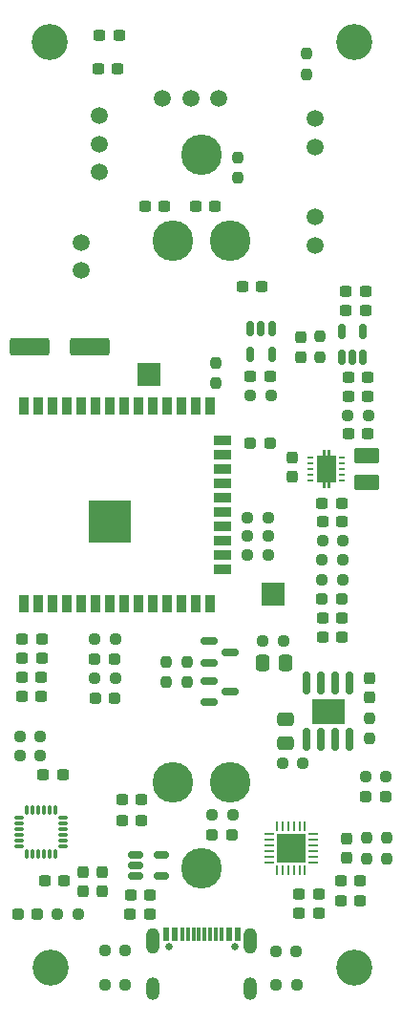
<source format=gts>
G04 #@! TF.GenerationSoftware,KiCad,Pcbnew,7.0.2*
G04 #@! TF.CreationDate,2024-01-31T20:37:37-08:00*
G04 #@! TF.ProjectId,Lightsaber,4c696768-7473-4616-9265-722e6b696361,rev?*
G04 #@! TF.SameCoordinates,Original*
G04 #@! TF.FileFunction,Soldermask,Top*
G04 #@! TF.FilePolarity,Negative*
%FSLAX46Y46*%
G04 Gerber Fmt 4.6, Leading zero omitted, Abs format (unit mm)*
G04 Created by KiCad (PCBNEW 7.0.2) date 2024-01-31 20:37:37*
%MOMM*%
%LPD*%
G01*
G04 APERTURE LIST*
G04 Aperture macros list*
%AMRoundRect*
0 Rectangle with rounded corners*
0 $1 Rounding radius*
0 $2 $3 $4 $5 $6 $7 $8 $9 X,Y pos of 4 corners*
0 Add a 4 corners polygon primitive as box body*
4,1,4,$2,$3,$4,$5,$6,$7,$8,$9,$2,$3,0*
0 Add four circle primitives for the rounded corners*
1,1,$1+$1,$2,$3*
1,1,$1+$1,$4,$5*
1,1,$1+$1,$6,$7*
1,1,$1+$1,$8,$9*
0 Add four rect primitives between the rounded corners*
20,1,$1+$1,$2,$3,$4,$5,0*
20,1,$1+$1,$4,$5,$6,$7,0*
20,1,$1+$1,$6,$7,$8,$9,0*
20,1,$1+$1,$8,$9,$2,$3,0*%
%AMFreePoly0*
4,1,21,-0.125000,1.200000,0.125000,1.200000,0.125000,1.700000,0.375000,1.700000,0.375000,1.200000,0.825000,1.200000,0.825000,-1.200000,0.375000,-1.200000,0.375000,-1.700000,0.125000,-1.700000,0.125000,-1.200000,-0.125000,-1.200000,-0.125000,-1.700000,-0.375000,-1.700000,-0.375000,-1.200000,-0.825000,-1.200000,-0.825000,1.200000,-0.375000,1.200000,-0.375000,1.700000,-0.125000,1.700000,
-0.125000,1.200000,-0.125000,1.200000,$1*%
G04 Aperture macros list end*
%ADD10C,3.200000*%
%ADD11RoundRect,0.150000X-0.150000X0.512500X-0.150000X-0.512500X0.150000X-0.512500X0.150000X0.512500X0*%
%ADD12RoundRect,0.237500X-0.237500X0.300000X-0.237500X-0.300000X0.237500X-0.300000X0.237500X0.300000X0*%
%ADD13RoundRect,0.237500X-0.300000X-0.237500X0.300000X-0.237500X0.300000X0.237500X-0.300000X0.237500X0*%
%ADD14RoundRect,0.237500X-0.250000X-0.237500X0.250000X-0.237500X0.250000X0.237500X-0.250000X0.237500X0*%
%ADD15RoundRect,0.250000X-0.337500X-0.475000X0.337500X-0.475000X0.337500X0.475000X-0.337500X0.475000X0*%
%ADD16RoundRect,0.237500X0.237500X-0.300000X0.237500X0.300000X-0.237500X0.300000X-0.237500X-0.300000X0*%
%ADD17RoundRect,0.237500X0.300000X0.237500X-0.300000X0.237500X-0.300000X-0.237500X0.300000X-0.237500X0*%
%ADD18RoundRect,0.062500X0.062500X-0.350000X0.062500X0.350000X-0.062500X0.350000X-0.062500X-0.350000X0*%
%ADD19RoundRect,0.062500X0.350000X-0.062500X0.350000X0.062500X-0.350000X0.062500X-0.350000X-0.062500X0*%
%ADD20R,2.600000X2.600000*%
%ADD21RoundRect,0.250000X0.475000X-0.337500X0.475000X0.337500X-0.475000X0.337500X-0.475000X-0.337500X0*%
%ADD22RoundRect,0.237500X0.237500X-0.250000X0.237500X0.250000X-0.237500X0.250000X-0.237500X-0.250000X0*%
%ADD23C,1.498600*%
%ADD24RoundRect,0.237500X0.250000X0.237500X-0.250000X0.237500X-0.250000X-0.237500X0.250000X-0.237500X0*%
%ADD25RoundRect,0.150000X-0.587500X-0.150000X0.587500X-0.150000X0.587500X0.150000X-0.587500X0.150000X0*%
%ADD26RoundRect,0.237500X-0.237500X0.250000X-0.237500X-0.250000X0.237500X-0.250000X0.237500X0.250000X0*%
%ADD27RoundRect,0.237500X0.287500X0.237500X-0.287500X0.237500X-0.287500X-0.237500X0.287500X-0.237500X0*%
%ADD28C,0.660400*%
%ADD29O,1.200000X2.000000*%
%ADD30O,1.200000X2.300000*%
%ADD31R,0.609600X1.143000*%
%ADD32R,0.304800X1.143000*%
%ADD33RoundRect,0.237500X-0.287500X-0.237500X0.287500X-0.237500X0.287500X0.237500X-0.287500X0.237500X0*%
%ADD34RoundRect,0.150000X-0.512500X-0.150000X0.512500X-0.150000X0.512500X0.150000X-0.512500X0.150000X0*%
%ADD35R,0.600000X0.240000*%
%ADD36FreePoly0,180.000000*%
%ADD37RoundRect,0.075000X-0.350000X-0.075000X0.350000X-0.075000X0.350000X0.075000X-0.350000X0.075000X0*%
%ADD38RoundRect,0.075000X0.075000X-0.350000X0.075000X0.350000X-0.075000X0.350000X-0.075000X-0.350000X0*%
%ADD39R,0.900000X1.500000*%
%ADD40R,1.500000X0.900000*%
%ADD41C,0.600000*%
%ADD42R,3.800000X3.800000*%
%ADD43R,2.000000X2.000000*%
%ADD44RoundRect,0.237500X0.237500X-0.287500X0.237500X0.287500X-0.237500X0.287500X-0.237500X-0.287500X0*%
%ADD45RoundRect,0.150000X0.150000X-0.512500X0.150000X0.512500X-0.150000X0.512500X-0.150000X-0.512500X0*%
%ADD46RoundRect,0.250000X1.500000X0.550000X-1.500000X0.550000X-1.500000X-0.550000X1.500000X-0.550000X0*%
%ADD47RoundRect,0.237500X-0.237500X0.287500X-0.237500X-0.287500X0.237500X-0.287500X0.237500X0.287500X0*%
%ADD48RoundRect,0.250001X-0.849999X0.462499X-0.849999X-0.462499X0.849999X-0.462499X0.849999X0.462499X0*%
%ADD49RoundRect,0.150000X0.150000X-0.825000X0.150000X0.825000X-0.150000X0.825000X-0.150000X-0.825000X0*%
%ADD50R,3.000000X2.290000*%
%ADD51C,3.600000*%
G04 APERTURE END LIST*
D10*
X4000000Y-124000000D03*
X31000000Y-206000000D03*
D11*
X23700000Y-149362500D03*
X22750000Y-149362500D03*
X21800000Y-149362500D03*
X21800000Y-151637500D03*
X23700000Y-151637500D03*
D12*
X32400000Y-180337500D03*
X32400000Y-182062500D03*
D13*
X8437500Y-123350000D03*
X10162500Y-123350000D03*
D14*
X28162500Y-169880000D03*
X29987500Y-169880000D03*
D15*
X22862500Y-179000000D03*
X24937500Y-179000000D03*
D14*
X24637500Y-187912500D03*
X26462500Y-187912500D03*
D16*
X7000000Y-199275000D03*
X7000000Y-197550000D03*
D14*
X21537500Y-167750000D03*
X23362500Y-167750000D03*
D13*
X30287500Y-146100000D03*
X32012500Y-146100000D03*
D17*
X29912500Y-166500000D03*
X28187500Y-166500000D03*
D18*
X24150000Y-197387500D03*
X24650000Y-197387500D03*
X25150000Y-197387500D03*
X25650000Y-197387500D03*
X26150000Y-197387500D03*
X26650000Y-197387500D03*
D19*
X27337500Y-196700000D03*
X27337500Y-196200000D03*
X27337500Y-195700000D03*
X27337500Y-195200000D03*
X27337500Y-194700000D03*
X27337500Y-194200000D03*
D18*
X26650000Y-193512500D03*
X26150000Y-193512500D03*
X25650000Y-193512500D03*
X25150000Y-193512500D03*
X24650000Y-193512500D03*
X24150000Y-193512500D03*
D19*
X23462500Y-194200000D03*
X23462500Y-194700000D03*
X23462500Y-195200000D03*
X23462500Y-195700000D03*
X23462500Y-196200000D03*
X23462500Y-196700000D03*
D20*
X25400000Y-195450000D03*
D21*
X24900000Y-186100000D03*
X24900000Y-184025000D03*
D13*
X30487500Y-158700000D03*
X32212500Y-158700000D03*
D17*
X12875000Y-201250000D03*
X11150000Y-201250000D03*
D13*
X16937500Y-138500000D03*
X18662500Y-138500000D03*
D22*
X32400000Y-185712500D03*
X32400000Y-183887500D03*
D23*
X27553000Y-133274999D03*
X27553000Y-130775001D03*
D17*
X29900000Y-164850000D03*
X28175000Y-164850000D03*
D13*
X29787500Y-198350000D03*
X31512500Y-198350000D03*
D24*
X10712500Y-207500000D03*
X8887500Y-207500000D03*
D17*
X5312500Y-198350000D03*
X3587500Y-198350000D03*
D13*
X29785000Y-200060000D03*
X31510000Y-200060000D03*
D25*
X18162500Y-180600000D03*
X18162500Y-182500000D03*
X20037500Y-181550000D03*
D13*
X1587500Y-178600000D03*
X3312500Y-178600000D03*
D23*
X13999878Y-128946900D03*
X16500000Y-128946900D03*
X19000122Y-128946900D03*
D26*
X33900000Y-194525000D03*
X33900000Y-196350000D03*
D22*
X20700000Y-136012500D03*
X20700000Y-134187500D03*
D27*
X33775000Y-190900000D03*
X32025000Y-190900000D03*
D28*
X14610000Y-204168800D03*
X20390000Y-204168800D03*
D29*
X13179998Y-207848800D03*
X21820002Y-207848800D03*
D30*
X13179998Y-203668801D03*
X21820002Y-203668801D03*
D31*
X14300000Y-203093800D03*
X15099999Y-203093800D03*
D32*
X16250000Y-203093800D03*
X17250000Y-203093800D03*
X17750000Y-203093800D03*
X18750000Y-203093800D03*
D31*
X19900001Y-203093800D03*
X20700000Y-203093800D03*
D32*
X19249999Y-203093800D03*
X18250001Y-203093800D03*
X16749999Y-203093800D03*
X15750001Y-203093800D03*
D13*
X30287500Y-147750000D03*
X32012500Y-147750000D03*
X30487500Y-153700000D03*
X32212500Y-153700000D03*
D33*
X1175000Y-201250000D03*
X2925000Y-201250000D03*
D23*
X27553000Y-141999998D03*
X27553000Y-139500000D03*
D34*
X11662500Y-196000000D03*
X11662500Y-196950000D03*
X11662500Y-197900000D03*
X13937500Y-197900000D03*
X13937500Y-196000000D03*
D35*
X29925000Y-162800000D03*
X29925000Y-162300000D03*
X29925000Y-161800000D03*
X29925000Y-161300000D03*
X29925000Y-160800000D03*
X27125000Y-160800000D03*
X27125000Y-161300000D03*
X27125000Y-161800000D03*
X27125000Y-162300000D03*
X27125000Y-162800000D03*
D36*
X28525000Y-161800000D03*
D27*
X29925000Y-173300000D03*
X28175000Y-173300000D03*
D37*
X1300000Y-192750000D03*
X1300000Y-193250000D03*
X1300000Y-193750000D03*
X1300000Y-194250000D03*
X1300000Y-194750000D03*
X1300000Y-195250000D03*
D38*
X2000000Y-195950000D03*
X2500000Y-195950000D03*
X3000000Y-195950000D03*
X3500000Y-195950000D03*
X4000000Y-195950000D03*
X4500000Y-195950000D03*
D37*
X5200000Y-195250000D03*
X5200000Y-194750000D03*
X5200000Y-194250000D03*
X5200000Y-193750000D03*
X5200000Y-193250000D03*
X5200000Y-192750000D03*
D38*
X4500000Y-192050000D03*
X4000000Y-192050000D03*
X3500000Y-192050000D03*
X3000000Y-192050000D03*
X2500000Y-192050000D03*
X2000000Y-192050000D03*
D24*
X10712500Y-204500000D03*
X8887500Y-204500000D03*
X29962500Y-171600000D03*
X28137500Y-171600000D03*
D14*
X7987500Y-176900000D03*
X9812500Y-176900000D03*
D13*
X10437500Y-193000000D03*
X12162500Y-193000000D03*
D39*
X1745000Y-173750000D03*
X3015000Y-173750000D03*
X4285000Y-173750000D03*
X5555000Y-173750000D03*
X6825000Y-173750000D03*
X8095000Y-173750000D03*
X9365000Y-173750000D03*
X10635000Y-173750000D03*
X11905000Y-173750000D03*
X13175000Y-173750000D03*
X14445000Y-173750000D03*
X15715000Y-173750000D03*
X16985000Y-173750000D03*
X18255000Y-173750000D03*
D40*
X19350000Y-170715000D03*
X19350000Y-169445000D03*
X19350000Y-168175000D03*
X19350000Y-166905000D03*
X19350000Y-165635000D03*
X19350000Y-164365000D03*
X19350000Y-163095000D03*
X19350000Y-161825000D03*
X19350000Y-160555000D03*
X19350000Y-159285000D03*
D39*
X18255000Y-156250000D03*
X16985000Y-156250000D03*
X15715000Y-156250000D03*
X14445000Y-156250000D03*
X13175000Y-156250000D03*
X11905000Y-156250000D03*
X10635000Y-156250000D03*
X9365000Y-156250000D03*
X8095000Y-156250000D03*
X6825000Y-156250000D03*
X5555000Y-156250000D03*
X4285000Y-156250000D03*
X3015000Y-156250000D03*
X1745000Y-156250000D03*
D41*
X8610000Y-167900000D03*
X10010000Y-167900000D03*
X7910000Y-167200000D03*
X9310000Y-167200000D03*
X10710000Y-167200000D03*
X8610000Y-166500000D03*
D42*
X9310000Y-166500000D03*
D41*
X10010000Y-166500000D03*
X7910000Y-165800000D03*
X9310000Y-165800000D03*
X10710000Y-165800000D03*
X8610000Y-165100000D03*
X10010000Y-165100000D03*
D10*
X4066400Y-206000000D03*
D16*
X8700000Y-199262500D03*
X8700000Y-197537500D03*
D24*
X23612500Y-155300000D03*
X21787500Y-155300000D03*
D13*
X12437500Y-138500000D03*
X14162500Y-138500000D03*
X26137500Y-199500000D03*
X27862500Y-199500000D03*
D10*
X31000000Y-124000000D03*
D24*
X6512500Y-201300000D03*
X4687500Y-201300000D03*
X3175000Y-187250000D03*
X1350000Y-187250000D03*
X30012500Y-168150000D03*
X28187500Y-168150000D03*
D13*
X26137500Y-201200000D03*
X27862500Y-201200000D03*
D22*
X14300000Y-180712500D03*
X14300000Y-178887500D03*
D43*
X23800000Y-172950000D03*
D44*
X26250000Y-151875000D03*
X26250000Y-150125000D03*
D24*
X25862500Y-204550000D03*
X24037500Y-204550000D03*
D22*
X28000000Y-151912500D03*
X28000000Y-150087500D03*
D45*
X29900000Y-151887500D03*
X30850000Y-151887500D03*
X31800000Y-151887500D03*
X31800000Y-149612500D03*
X29900000Y-149612500D03*
D17*
X12912500Y-199600000D03*
X11187500Y-199600000D03*
D13*
X30487500Y-155400000D03*
X32212500Y-155400000D03*
D33*
X8037500Y-182150000D03*
X9787500Y-182150000D03*
D27*
X20187500Y-194250000D03*
X18437500Y-194250000D03*
D14*
X7987500Y-180400000D03*
X9812500Y-180400000D03*
D23*
X6828500Y-141725001D03*
X6828500Y-144224999D03*
D13*
X28187500Y-176700000D03*
X29912500Y-176700000D03*
D14*
X21537500Y-169400000D03*
X23362500Y-169400000D03*
D13*
X8325000Y-126360000D03*
X10050000Y-126360000D03*
X1537500Y-182000000D03*
X3262500Y-182000000D03*
D12*
X25550000Y-160787500D03*
X25550000Y-162512500D03*
D33*
X8012500Y-178640000D03*
X9762500Y-178640000D03*
D13*
X1537500Y-180300000D03*
X3262500Y-180300000D03*
D46*
X7600000Y-151000000D03*
X2200000Y-151000000D03*
D13*
X10437500Y-191150000D03*
X12162500Y-191150000D03*
D14*
X24075000Y-207500000D03*
X25900000Y-207500000D03*
D25*
X18162500Y-177100000D03*
X18162500Y-179000000D03*
X20037500Y-178050000D03*
D14*
X30437500Y-157050000D03*
X32262500Y-157050000D03*
D26*
X32100000Y-194525000D03*
X32100000Y-196350000D03*
D24*
X33812500Y-189100000D03*
X31987500Y-189100000D03*
D47*
X30300000Y-194562500D03*
X30300000Y-196312500D03*
D13*
X28187500Y-175000000D03*
X29912500Y-175000000D03*
D22*
X26750000Y-126812500D03*
X26750000Y-124987500D03*
D26*
X16200000Y-178887500D03*
X16200000Y-180712500D03*
D24*
X3175000Y-185500000D03*
X1350000Y-185500000D03*
D13*
X21075000Y-145650000D03*
X22800000Y-145650000D03*
X21825000Y-153600000D03*
X23550000Y-153600000D03*
D27*
X23575000Y-159500000D03*
X21825000Y-159500000D03*
D23*
X8446900Y-135500122D03*
X8446900Y-133000000D03*
X8446900Y-130499878D03*
D17*
X5150000Y-188950000D03*
X3425000Y-188950000D03*
D24*
X24712500Y-177050000D03*
X22887500Y-177050000D03*
D43*
X12800000Y-153400000D03*
D26*
X18700000Y-152387500D03*
X18700000Y-154212500D03*
D48*
X32150000Y-160637500D03*
X32150000Y-162962500D03*
D24*
X23362500Y-166100000D03*
X21537500Y-166100000D03*
X20262500Y-192500000D03*
X18437500Y-192500000D03*
D13*
X1587500Y-176900000D03*
X3312500Y-176900000D03*
D49*
X26795000Y-185775000D03*
X28065000Y-185775000D03*
X29335000Y-185775000D03*
X30605000Y-185775000D03*
X30605000Y-180825000D03*
X29335000Y-180825000D03*
X28065000Y-180825000D03*
X26795000Y-180825000D03*
D50*
X28700000Y-183300000D03*
D51*
X20040000Y-189620000D03*
X17500000Y-197240000D03*
X14960000Y-189620000D03*
X14960000Y-141620000D03*
X17500000Y-134000000D03*
X20040000Y-141620000D03*
M02*

</source>
